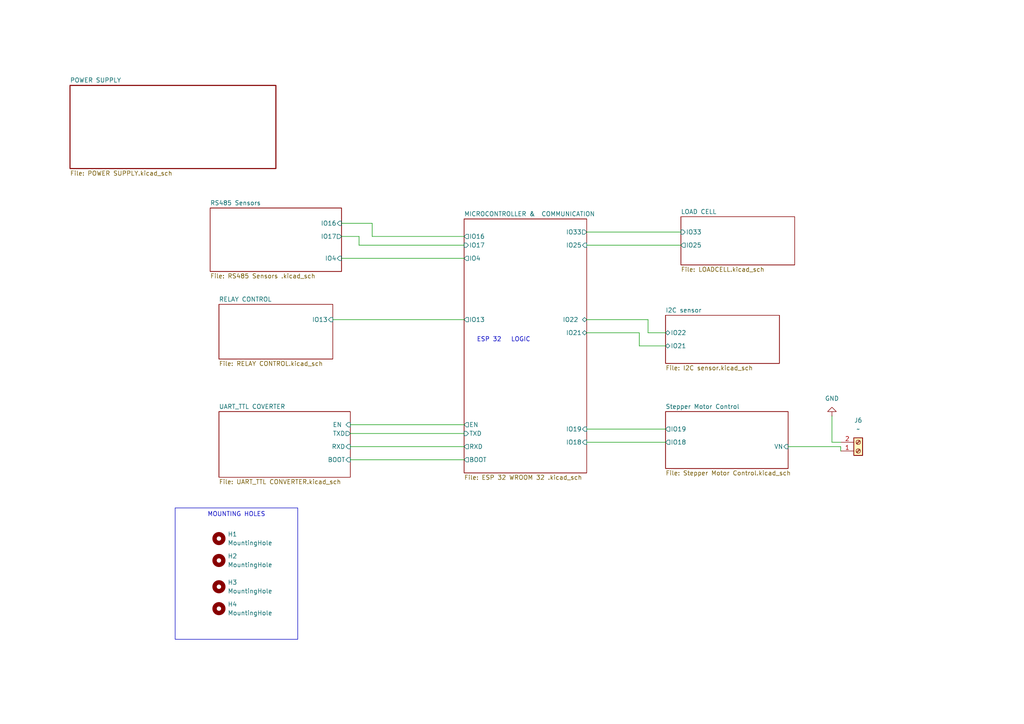
<source format=kicad_sch>
(kicad_sch
	(version 20231120)
	(generator "eeschema")
	(generator_version "8.0")
	(uuid "0fdfe1ab-72bc-4993-b1c2-70ee1668a905")
	(paper "A4")
	(title_block
		(title "FARMTY ")
		(date "2025-02-19")
		(company "ALLAN  NG'ANG'A GACHERU")
		(comment 1 "MICROCONTROLLER & COMMUNICATION")
	)
	(lib_symbols
		(symbol "Connector:Screw_Terminal_01x02"
			(pin_names
				(offset 1.016) hide)
			(exclude_from_sim no)
			(in_bom yes)
			(on_board yes)
			(property "Reference" "J"
				(at 0 2.54 0)
				(effects
					(font
						(size 1.27 1.27)
					)
				)
			)
			(property "Value" "Screw_Terminal_01x02"
				(at 0 -5.08 0)
				(effects
					(font
						(size 1.27 1.27)
					)
				)
			)
			(property "Footprint" ""
				(at 0 0 0)
				(effects
					(font
						(size 1.27 1.27)
					)
					(hide yes)
				)
			)
			(property "Datasheet" "~"
				(at 0 0 0)
				(effects
					(font
						(size 1.27 1.27)
					)
					(hide yes)
				)
			)
			(property "Description" "Generic screw terminal, single row, 01x02, script generated (kicad-library-utils/schlib/autogen/connector/)"
				(at 0 0 0)
				(effects
					(font
						(size 1.27 1.27)
					)
					(hide yes)
				)
			)
			(property "ki_keywords" "screw terminal"
				(at 0 0 0)
				(effects
					(font
						(size 1.27 1.27)
					)
					(hide yes)
				)
			)
			(property "ki_fp_filters" "TerminalBlock*:*"
				(at 0 0 0)
				(effects
					(font
						(size 1.27 1.27)
					)
					(hide yes)
				)
			)
			(symbol "Screw_Terminal_01x02_1_1"
				(rectangle
					(start -1.27 1.27)
					(end 1.27 -3.81)
					(stroke
						(width 0.254)
						(type default)
					)
					(fill
						(type background)
					)
				)
				(circle
					(center 0 -2.54)
					(radius 0.635)
					(stroke
						(width 0.1524)
						(type default)
					)
					(fill
						(type none)
					)
				)
				(polyline
					(pts
						(xy -0.5334 -2.2098) (xy 0.3302 -3.048)
					)
					(stroke
						(width 0.1524)
						(type default)
					)
					(fill
						(type none)
					)
				)
				(polyline
					(pts
						(xy -0.5334 0.3302) (xy 0.3302 -0.508)
					)
					(stroke
						(width 0.1524)
						(type default)
					)
					(fill
						(type none)
					)
				)
				(polyline
					(pts
						(xy -0.3556 -2.032) (xy 0.508 -2.8702)
					)
					(stroke
						(width 0.1524)
						(type default)
					)
					(fill
						(type none)
					)
				)
				(polyline
					(pts
						(xy -0.3556 0.508) (xy 0.508 -0.3302)
					)
					(stroke
						(width 0.1524)
						(type default)
					)
					(fill
						(type none)
					)
				)
				(circle
					(center 0 0)
					(radius 0.635)
					(stroke
						(width 0.1524)
						(type default)
					)
					(fill
						(type none)
					)
				)
				(pin passive line
					(at -5.08 0 0)
					(length 3.81)
					(name "Pin_1"
						(effects
							(font
								(size 1.27 1.27)
							)
						)
					)
					(number "1"
						(effects
							(font
								(size 1.27 1.27)
							)
						)
					)
				)
				(pin passive line
					(at -5.08 -2.54 0)
					(length 3.81)
					(name "Pin_2"
						(effects
							(font
								(size 1.27 1.27)
							)
						)
					)
					(number "2"
						(effects
							(font
								(size 1.27 1.27)
							)
						)
					)
				)
			)
		)
		(symbol "Mechanical:MountingHole"
			(pin_names
				(offset 1.016)
			)
			(exclude_from_sim yes)
			(in_bom no)
			(on_board yes)
			(property "Reference" "H"
				(at 0 5.08 0)
				(effects
					(font
						(size 1.27 1.27)
					)
				)
			)
			(property "Value" "MountingHole"
				(at 0 3.175 0)
				(effects
					(font
						(size 1.27 1.27)
					)
				)
			)
			(property "Footprint" ""
				(at 0 0 0)
				(effects
					(font
						(size 1.27 1.27)
					)
					(hide yes)
				)
			)
			(property "Datasheet" "~"
				(at 0 0 0)
				(effects
					(font
						(size 1.27 1.27)
					)
					(hide yes)
				)
			)
			(property "Description" "Mounting Hole without connection"
				(at 0 0 0)
				(effects
					(font
						(size 1.27 1.27)
					)
					(hide yes)
				)
			)
			(property "ki_keywords" "mounting hole"
				(at 0 0 0)
				(effects
					(font
						(size 1.27 1.27)
					)
					(hide yes)
				)
			)
			(property "ki_fp_filters" "MountingHole*"
				(at 0 0 0)
				(effects
					(font
						(size 1.27 1.27)
					)
					(hide yes)
				)
			)
			(symbol "MountingHole_0_1"
				(circle
					(center 0 0)
					(radius 1.27)
					(stroke
						(width 1.27)
						(type default)
					)
					(fill
						(type none)
					)
				)
			)
		)
		(symbol "power:GND"
			(power)
			(pin_numbers hide)
			(pin_names
				(offset 0) hide)
			(exclude_from_sim no)
			(in_bom yes)
			(on_board yes)
			(property "Reference" "#PWR"
				(at 0 -6.35 0)
				(effects
					(font
						(size 1.27 1.27)
					)
					(hide yes)
				)
			)
			(property "Value" "GND"
				(at 0 -3.81 0)
				(effects
					(font
						(size 1.27 1.27)
					)
				)
			)
			(property "Footprint" ""
				(at 0 0 0)
				(effects
					(font
						(size 1.27 1.27)
					)
					(hide yes)
				)
			)
			(property "Datasheet" ""
				(at 0 0 0)
				(effects
					(font
						(size 1.27 1.27)
					)
					(hide yes)
				)
			)
			(property "Description" "Power symbol creates a global label with name \"GND\" , ground"
				(at 0 0 0)
				(effects
					(font
						(size 1.27 1.27)
					)
					(hide yes)
				)
			)
			(property "ki_keywords" "global power"
				(at 0 0 0)
				(effects
					(font
						(size 1.27 1.27)
					)
					(hide yes)
				)
			)
			(symbol "GND_0_1"
				(polyline
					(pts
						(xy 0 0) (xy 0 -1.27) (xy 1.27 -1.27) (xy 0 -2.54) (xy -1.27 -1.27) (xy 0 -1.27)
					)
					(stroke
						(width 0)
						(type default)
					)
					(fill
						(type none)
					)
				)
			)
			(symbol "GND_1_1"
				(pin power_in line
					(at 0 0 270)
					(length 0)
					(name "~"
						(effects
							(font
								(size 1.27 1.27)
							)
						)
					)
					(number "1"
						(effects
							(font
								(size 1.27 1.27)
							)
						)
					)
				)
			)
		)
	)
	(wire
		(pts
			(xy 101.6 129.54) (xy 134.62 129.54)
		)
		(stroke
			(width 0)
			(type default)
		)
		(uuid "04ffdb3f-6a6d-418c-a5dd-a51598ed9cf8")
	)
	(wire
		(pts
			(xy 107.95 64.77) (xy 107.95 68.58)
		)
		(stroke
			(width 0)
			(type default)
		)
		(uuid "0bca53ea-f0d4-40af-9d32-8163368b9926")
	)
	(wire
		(pts
			(xy 170.18 92.71) (xy 187.96 92.71)
		)
		(stroke
			(width 0)
			(type default)
		)
		(uuid "239dcc36-2798-40ab-ad52-8dad0d516b6b")
	)
	(wire
		(pts
			(xy 96.52 92.71) (xy 134.62 92.71)
		)
		(stroke
			(width 0)
			(type default)
		)
		(uuid "240b7f60-74d3-4414-9724-cf1a23653e53")
	)
	(wire
		(pts
			(xy 99.06 68.58) (xy 104.14 68.58)
		)
		(stroke
			(width 0)
			(type default)
		)
		(uuid "261413ba-2a81-4046-8d91-ab97cef4a904")
	)
	(wire
		(pts
			(xy 243.84 129.54) (xy 243.84 130.81)
		)
		(stroke
			(width 0)
			(type default)
		)
		(uuid "27d14185-dad1-4839-abcb-6bfdae6c11b9")
	)
	(wire
		(pts
			(xy 170.18 128.27) (xy 193.04 128.27)
		)
		(stroke
			(width 0)
			(type default)
		)
		(uuid "28f47e02-d142-4838-983a-f1b0fd371dbf")
	)
	(wire
		(pts
			(xy 187.96 92.71) (xy 187.96 96.52)
		)
		(stroke
			(width 0)
			(type default)
		)
		(uuid "2d506072-a0f6-49f1-b72e-e0b3036a6d1f")
	)
	(wire
		(pts
			(xy 170.18 96.52) (xy 185.42 96.52)
		)
		(stroke
			(width 0)
			(type default)
		)
		(uuid "36b188f8-01e2-47d9-99ca-a0600770a520")
	)
	(wire
		(pts
			(xy 185.42 100.33) (xy 193.04 100.33)
		)
		(stroke
			(width 0)
			(type default)
		)
		(uuid "3c8e5f5d-8393-4b13-a3f1-3a18f0b0f4ca")
	)
	(wire
		(pts
			(xy 185.42 96.52) (xy 185.42 100.33)
		)
		(stroke
			(width 0)
			(type default)
		)
		(uuid "3eaa6a5c-1ced-44db-8339-7d94ce07a1a8")
	)
	(wire
		(pts
			(xy 187.96 96.52) (xy 193.04 96.52)
		)
		(stroke
			(width 0)
			(type default)
		)
		(uuid "468edc7b-238c-4a47-8c94-59d172cedf40")
	)
	(wire
		(pts
			(xy 99.06 74.93) (xy 134.62 74.93)
		)
		(stroke
			(width 0)
			(type default)
		)
		(uuid "616d1aef-28c9-4f53-91e3-5bc328a1dd84")
	)
	(wire
		(pts
			(xy 170.18 124.46) (xy 193.04 124.46)
		)
		(stroke
			(width 0)
			(type default)
		)
		(uuid "6187e258-0546-478f-b586-af07e77c98dc")
	)
	(wire
		(pts
			(xy 101.6 133.35) (xy 134.62 133.35)
		)
		(stroke
			(width 0)
			(type default)
		)
		(uuid "694ffbde-25df-4ce3-97d4-e3f56fc4c163")
	)
	(wire
		(pts
			(xy 104.14 68.58) (xy 104.14 71.12)
		)
		(stroke
			(width 0)
			(type default)
		)
		(uuid "7c1599aa-b552-4209-aabb-d815e9758f2e")
	)
	(wire
		(pts
			(xy 101.6 125.73) (xy 134.62 125.73)
		)
		(stroke
			(width 0)
			(type default)
		)
		(uuid "88edd729-6131-451e-bc11-fb91b44efa09")
	)
	(wire
		(pts
			(xy 99.06 64.77) (xy 107.95 64.77)
		)
		(stroke
			(width 0)
			(type default)
		)
		(uuid "96ab3f5d-b7c7-4aad-80a3-bf20dfbb498e")
	)
	(wire
		(pts
			(xy 170.18 67.31) (xy 197.485 67.31)
		)
		(stroke
			(width 0)
			(type default)
		)
		(uuid "98c97a1a-1412-4d77-be3e-4d175f54eef7")
	)
	(wire
		(pts
			(xy 170.18 71.12) (xy 197.485 71.12)
		)
		(stroke
			(width 0)
			(type default)
		)
		(uuid "ca14e65e-1321-42cc-a073-b322043811e9")
	)
	(wire
		(pts
			(xy 241.3 128.27) (xy 241.3 120.65)
		)
		(stroke
			(width 0)
			(type default)
		)
		(uuid "d16a029b-e0a9-49a9-9282-8034cb282654")
	)
	(wire
		(pts
			(xy 107.95 68.58) (xy 134.62 68.58)
		)
		(stroke
			(width 0)
			(type default)
		)
		(uuid "dbbb27b6-f810-4fc9-96f7-83b87c87d0de")
	)
	(wire
		(pts
			(xy 243.84 128.27) (xy 241.3 128.27)
		)
		(stroke
			(width 0)
			(type default)
		)
		(uuid "e1541dde-8519-47e4-98ec-17362b9db42b")
	)
	(wire
		(pts
			(xy 228.6 129.54) (xy 243.84 129.54)
		)
		(stroke
			(width 0)
			(type default)
		)
		(uuid "f0c319cb-abd6-4bb4-afa8-94c2e85b1a29")
	)
	(wire
		(pts
			(xy 101.6 123.19) (xy 134.62 123.19)
		)
		(stroke
			(width 0)
			(type default)
		)
		(uuid "f4eaa8df-d199-48d2-a6ae-793f7bfeb831")
	)
	(wire
		(pts
			(xy 104.14 71.12) (xy 134.62 71.12)
		)
		(stroke
			(width 0)
			(type default)
		)
		(uuid "f55f13fd-629a-4e15-903f-084fcf19794b")
	)
	(text_box "MOUNTING HOLES "
		(exclude_from_sim no)
		(at 50.8 147.32 0)
		(size 35.56 38.1)
		(stroke
			(width 0)
			(type default)
		)
		(fill
			(type none)
		)
		(effects
			(font
				(size 1.27 1.27)
			)
			(justify top)
		)
		(uuid "9d5a1c2d-fc5e-4f8d-86e8-ef621cdc3a37")
	)
	(text "ESP 32   LOGIC \n"
		(exclude_from_sim no)
		(at 146.558 98.552 0)
		(effects
			(font
				(size 1.27 1.27)
			)
		)
		(uuid "530c04e2-2a22-43dc-9fc6-d699b8fd3117")
	)
	(symbol
		(lib_id "Mechanical:MountingHole")
		(at 63.5 156.21 0)
		(unit 1)
		(exclude_from_sim yes)
		(in_bom no)
		(on_board yes)
		(dnp no)
		(fields_autoplaced yes)
		(uuid "025df1d7-6683-41d5-bb27-7ef0a5932cd9")
		(property "Reference" "H1"
			(at 66.04 154.9399 0)
			(effects
				(font
					(size 1.27 1.27)
				)
				(justify left)
			)
		)
		(property "Value" "MountingHole"
			(at 66.04 157.4799 0)
			(effects
				(font
					(size 1.27 1.27)
				)
				(justify left)
			)
		)
		(property "Footprint" "MountingHole:MountingHole_3.2mm_M3"
			(at 63.5 156.21 0)
			(effects
				(font
					(size 1.27 1.27)
				)
				(hide yes)
			)
		)
		(property "Datasheet" "~"
			(at 63.5 156.21 0)
			(effects
				(font
					(size 1.27 1.27)
				)
				(hide yes)
			)
		)
		(property "Description" "Mounting Hole without connection"
			(at 63.5 156.21 0)
			(effects
				(font
					(size 1.27 1.27)
				)
				(hide yes)
			)
		)
		(instances
			(project ""
				(path "/0fdfe1ab-72bc-4993-b1c2-70ee1668a905"
					(reference "H1")
					(unit 1)
				)
			)
		)
	)
	(symbol
		(lib_id "power:GND")
		(at 241.3 120.65 180)
		(unit 1)
		(exclude_from_sim no)
		(in_bom yes)
		(on_board yes)
		(dnp no)
		(fields_autoplaced yes)
		(uuid "31658102-96ef-4725-b7f6-36a8355622f5")
		(property "Reference" "#PWR036"
			(at 241.3 114.3 0)
			(effects
				(font
					(size 1.27 1.27)
				)
				(hide yes)
			)
		)
		(property "Value" "GND"
			(at 241.3 115.57 0)
			(effects
				(font
					(size 1.27 1.27)
				)
			)
		)
		(property "Footprint" ""
			(at 241.3 120.65 0)
			(effects
				(font
					(size 1.27 1.27)
				)
				(hide yes)
			)
		)
		(property "Datasheet" ""
			(at 241.3 120.65 0)
			(effects
				(font
					(size 1.27 1.27)
				)
				(hide yes)
			)
		)
		(property "Description" "Power symbol creates a global label with name \"GND\" , ground"
			(at 241.3 120.65 0)
			(effects
				(font
					(size 1.27 1.27)
				)
				(hide yes)
			)
		)
		(pin "1"
			(uuid "49075357-6388-4d9d-b5e7-f012a3c43d6c")
		)
		(instances
			(project ""
				(path "/0fdfe1ab-72bc-4993-b1c2-70ee1668a905"
					(reference "#PWR036")
					(unit 1)
				)
			)
		)
	)
	(symbol
		(lib_id "Mechanical:MountingHole")
		(at 63.5 170.18 0)
		(unit 1)
		(exclude_from_sim yes)
		(in_bom no)
		(on_board yes)
		(dnp no)
		(fields_autoplaced yes)
		(uuid "4eeedaaf-7b38-41fc-a771-e6ff9aef4faa")
		(property "Reference" "H3"
			(at 66.04 168.9099 0)
			(effects
				(font
					(size 1.27 1.27)
				)
				(justify left)
			)
		)
		(property "Value" "MountingHole"
			(at 66.04 171.4499 0)
			(effects
				(font
					(size 1.27 1.27)
				)
				(justify left)
			)
		)
		(property "Footprint" "MountingHole:MountingHole_3.2mm_M3"
			(at 63.5 170.18 0)
			(effects
				(font
					(size 1.27 1.27)
				)
				(hide yes)
			)
		)
		(property "Datasheet" "~"
			(at 63.5 170.18 0)
			(effects
				(font
					(size 1.27 1.27)
				)
				(hide yes)
			)
		)
		(property "Description" "Mounting Hole without connection"
			(at 63.5 170.18 0)
			(effects
				(font
					(size 1.27 1.27)
				)
				(hide yes)
			)
		)
		(instances
			(project "farmty"
				(path "/0fdfe1ab-72bc-4993-b1c2-70ee1668a905"
					(reference "H3")
					(unit 1)
				)
			)
		)
	)
	(symbol
		(lib_id "Mechanical:MountingHole")
		(at 63.5 176.53 0)
		(unit 1)
		(exclude_from_sim yes)
		(in_bom no)
		(on_board yes)
		(dnp no)
		(fields_autoplaced yes)
		(uuid "53e0f8ce-5a47-4b88-bf66-caf02ee5979f")
		(property "Reference" "H4"
			(at 66.04 175.2599 0)
			(effects
				(font
					(size 1.27 1.27)
				)
				(justify left)
			)
		)
		(property "Value" "MountingHole"
			(at 66.04 177.7999 0)
			(effects
				(font
					(size 1.27 1.27)
				)
				(justify left)
			)
		)
		(property "Footprint" "MountingHole:MountingHole_3.2mm_M3"
			(at 63.5 176.53 0)
			(effects
				(font
					(size 1.27 1.27)
				)
				(hide yes)
			)
		)
		(property "Datasheet" "~"
			(at 63.5 176.53 0)
			(effects
				(font
					(size 1.27 1.27)
				)
				(hide yes)
			)
		)
		(property "Description" "Mounting Hole without connection"
			(at 63.5 176.53 0)
			(effects
				(font
					(size 1.27 1.27)
				)
				(hide yes)
			)
		)
		(instances
			(project "farmty"
				(path "/0fdfe1ab-72bc-4993-b1c2-70ee1668a905"
					(reference "H4")
					(unit 1)
				)
			)
		)
	)
	(symbol
		(lib_id "Connector:Screw_Terminal_01x02")
		(at 248.92 130.81 0)
		(mirror x)
		(unit 1)
		(exclude_from_sim no)
		(in_bom yes)
		(on_board yes)
		(dnp no)
		(uuid "5f47726e-8f4a-4540-bf96-25d77c8f00be")
		(property "Reference" "J6"
			(at 248.92 121.92 0)
			(effects
				(font
					(size 1.27 1.27)
				)
			)
		)
		(property "Value" "~"
			(at 248.92 124.46 0)
			(effects
				(font
					(size 1.27 1.27)
				)
			)
		)
		(property "Footprint" "TerminalBlock_4Ucon:TerminalBlock_4Ucon_1x02_P3.50mm_Vertical"
			(at 248.92 130.81 0)
			(effects
				(font
					(size 1.27 1.27)
				)
				(hide yes)
			)
		)
		(property "Datasheet" "~"
			(at 248.92 130.81 0)
			(effects
				(font
					(size 1.27 1.27)
				)
				(hide yes)
			)
		)
		(property "Description" "Generic screw terminal, single row, 01x02, script generated (kicad-library-utils/schlib/autogen/connector/)"
			(at 248.92 130.81 0)
			(effects
				(font
					(size 1.27 1.27)
				)
				(hide yes)
			)
		)
		(pin "2"
			(uuid "30e6b37e-7611-4d10-b819-826c5a52d509")
		)
		(pin "1"
			(uuid "27e0ea11-6671-4f6c-bcf0-361c084a39cc")
		)
		(instances
			(project ""
				(path "/0fdfe1ab-72bc-4993-b1c2-70ee1668a905"
					(reference "J6")
					(unit 1)
				)
			)
		)
	)
	(symbol
		(lib_id "Mechanical:MountingHole")
		(at 63.5 162.56 0)
		(unit 1)
		(exclude_from_sim yes)
		(in_bom no)
		(on_board yes)
		(dnp no)
		(fields_autoplaced yes)
		(uuid "efa0670c-464e-41b5-b666-4b39426fcb28")
		(property "Reference" "H2"
			(at 66.04 161.2899 0)
			(effects
				(font
					(size 1.27 1.27)
				)
				(justify left)
			)
		)
		(property "Value" "MountingHole"
			(at 66.04 163.8299 0)
			(effects
				(font
					(size 1.27 1.27)
				)
				(justify left)
			)
		)
		(property "Footprint" "MountingHole:MountingHole_3.2mm_M3"
			(at 63.5 162.56 0)
			(effects
				(font
					(size 1.27 1.27)
				)
				(hide yes)
			)
		)
		(property "Datasheet" "~"
			(at 63.5 162.56 0)
			(effects
				(font
					(size 1.27 1.27)
				)
				(hide yes)
			)
		)
		(property "Description" "Mounting Hole without connection"
			(at 63.5 162.56 0)
			(effects
				(font
					(size 1.27 1.27)
				)
				(hide yes)
			)
		)
		(instances
			(project "farmty"
				(path "/0fdfe1ab-72bc-4993-b1c2-70ee1668a905"
					(reference "H2")
					(unit 1)
				)
			)
		)
	)
	(sheet
		(at 63.5 119.38)
		(size 38.1 19.05)
		(fields_autoplaced yes)
		(stroke
			(width 0.1524)
			(type solid)
		)
		(fill
			(color 0 0 0 0.0000)
		)
		(uuid "1df4a614-7430-4959-9378-c97df7142136")
		(property "Sheetname" "UART_TTL COVERTER"
			(at 63.5 118.6684 0)
			(effects
				(font
					(size 1.27 1.27)
				)
				(justify left bottom)
			)
		)
		(property "Sheetfile" "UART_TTL CONVERTER.kicad_sch"
			(at 63.5 139.0146 0)
			(effects
				(font
					(size 1.27 1.27)
				)
				(justify left top)
			)
		)
		(pin "TXD" output
			(at 101.6 125.73 0)
			(effects
				(font
					(size 1.27 1.27)
				)
				(justify right)
			)
			(uuid "0369bba6-718a-4f03-80b0-2f17e4d90283")
		)
		(pin "RXD" input
			(at 101.6 129.54 0)
			(effects
				(font
					(size 1.27 1.27)
				)
				(justify right)
			)
			(uuid "c348a9fa-3aa8-419e-b2e7-f0ef2afeab8b")
		)
		(pin "BOOT" input
			(at 101.6 133.35 0)
			(effects
				(font
					(size 1.27 1.27)
				)
				(justify right)
			)
			(uuid "2dab79fa-9bb4-4a8e-8f51-4eccd2b31917")
		)
		(pin "EN " input
			(at 101.6 123.19 0)
			(effects
				(font
					(size 1.27 1.27)
				)
				(justify right)
			)
			(uuid "141ea8ef-7be5-4559-8ffa-e03e583d1c43")
		)
		(instances
			(project "farmty"
				(path "/0fdfe1ab-72bc-4993-b1c2-70ee1668a905"
					(page "9")
				)
			)
		)
	)
	(sheet
		(at 134.62 63.5)
		(size 35.56 73.66)
		(fields_autoplaced yes)
		(stroke
			(width 0.1524)
			(type solid)
		)
		(fill
			(color 0 0 0 0.0000)
		)
		(uuid "34679acc-d502-4c29-81ed-9b36771b1965")
		(property "Sheetname" "MICROCONTROLLER &  COMMUNICATION"
			(at 134.62 62.7884 0)
			(effects
				(font
					(size 1.27 1.27)
				)
				(justify left bottom)
			)
		)
		(property "Sheetfile" "ESP 32 WROOM 32 .kicad_sch"
			(at 134.62 137.7446 0)
			(effects
				(font
					(size 1.27 1.27)
				)
				(justify left top)
			)
		)
		(pin "IO18" input
			(at 170.18 128.27 0)
			(effects
				(font
					(size 1.27 1.27)
				)
				(justify right)
			)
			(uuid "a434d9c8-8b87-4630-8c24-0087b94e261d")
		)
		(pin "IO4" output
			(at 134.62 74.93 180)
			(effects
				(font
					(size 1.27 1.27)
				)
				(justify left)
			)
			(uuid "d6d30f02-4f49-4df7-8d12-bbd761a4bc53")
		)
		(pin "EN" output
			(at 134.62 123.19 180)
			(effects
				(font
					(size 1.27 1.27)
				)
				(justify left)
			)
			(uuid "b04fa445-277f-42b1-b18e-55a7fd3c7265")
		)
		(pin "IO21" bidirectional
			(at 170.18 96.52 0)
			(effects
				(font
					(size 1.27 1.27)
				)
				(justify right)
			)
			(uuid "2f450c99-f336-49ea-9714-d3e0178f2deb")
		)
		(pin "IO19" input
			(at 170.18 124.46 0)
			(effects
				(font
					(size 1.27 1.27)
				)
				(justify right)
			)
			(uuid "e6b09d34-7d6d-4514-aae8-9dfca2450074")
		)
		(pin "IO33" output
			(at 170.18 67.31 0)
			(effects
				(font
					(size 1.27 1.27)
				)
				(justify right)
			)
			(uuid "5db6ed7f-1237-41c0-8b91-2b5a1eccf98e")
		)
		(pin "RXD" output
			(at 134.62 129.54 180)
			(effects
				(font
					(size 1.27 1.27)
				)
				(justify left)
			)
			(uuid "78aac69d-fed2-4e41-92c6-efbbff4649ca")
		)
		(pin "BOOT " output
			(at 134.62 133.35 180)
			(effects
				(font
					(size 1.27 1.27)
				)
				(justify left)
			)
			(uuid "461b14b4-9801-4ead-851c-bb30d4d63043")
		)
		(pin "IO25" input
			(at 170.18 71.12 0)
			(effects
				(font
					(size 1.27 1.27)
				)
				(justify right)
			)
			(uuid "bf8d100c-1263-4f4f-aa66-dc4a2f2a4fb9")
		)
		(pin "TXD" input
			(at 134.62 125.73 180)
			(effects
				(font
					(size 1.27 1.27)
				)
				(justify left)
			)
			(uuid "a92eb8fc-c11d-4fd4-8c86-cd5c8fa79229")
		)
		(pin "IO17" input
			(at 134.62 71.12 180)
			(effects
				(font
					(size 1.27 1.27)
				)
				(justify left)
			)
			(uuid "c03626ea-061d-45b0-8b84-674f1b3ba928")
		)
		(pin "IO13" output
			(at 134.62 92.71 180)
			(effects
				(font
					(size 1.27 1.27)
				)
				(justify left)
			)
			(uuid "1a093943-8d2b-49de-9348-a8a550828dc6")
		)
		(pin "IO22 " bidirectional
			(at 170.18 92.71 0)
			(effects
				(font
					(size 1.27 1.27)
				)
				(justify right)
			)
			(uuid "31e49920-8949-4641-9c0b-42aea0f6570e")
		)
		(pin "IO16 " output
			(at 134.62 68.58 180)
			(effects
				(font
					(size 1.27 1.27)
				)
				(justify left)
			)
			(uuid "d8d77261-39b6-409a-8e14-bb19ab84e996")
		)
		(instances
			(project "farmty"
				(path "/0fdfe1ab-72bc-4993-b1c2-70ee1668a905"
					(page "3")
				)
			)
		)
	)
	(sheet
		(at 60.96 60.325)
		(size 38.1 18.415)
		(fields_autoplaced yes)
		(stroke
			(width 0.1524)
			(type solid)
		)
		(fill
			(color 0 0 0 0.0000)
		)
		(uuid "3f48ec66-f479-46df-9d36-0ed0c3c8d61c")
		(property "Sheetname" "RS485 Sensors"
			(at 60.96 59.6134 0)
			(effects
				(font
					(size 1.27 1.27)
				)
				(justify left bottom)
			)
		)
		(property "Sheetfile" "RS485 Sensors .kicad_sch"
			(at 60.96 79.3246 0)
			(effects
				(font
					(size 1.27 1.27)
				)
				(justify left top)
			)
		)
		(pin "IO16" input
			(at 99.06 64.77 0)
			(effects
				(font
					(size 1.27 1.27)
				)
				(justify right)
			)
			(uuid "b0034428-dcb1-45c4-9c28-ae2a8a8815f9")
		)
		(pin "IO17" output
			(at 99.06 68.58 0)
			(effects
				(font
					(size 1.27 1.27)
				)
				(justify right)
			)
			(uuid "c0591be4-afea-410e-afe5-34d7f1c93409")
		)
		(pin "IO4" input
			(at 99.06 74.93 0)
			(effects
				(font
					(size 1.27 1.27)
				)
				(justify right)
			)
			(uuid "e477b815-569a-4dc7-a7cb-e6d37872d2e5")
		)
		(instances
			(project "farmty"
				(path "/0fdfe1ab-72bc-4993-b1c2-70ee1668a905"
					(page "4")
				)
			)
		)
	)
	(sheet
		(at 193.04 119.38)
		(size 35.56 16.51)
		(fields_autoplaced yes)
		(stroke
			(width 0.1524)
			(type solid)
		)
		(fill
			(color 0 0 0 0.0000)
		)
		(uuid "5e306eb6-064e-4e14-9cdc-8d2fba7f4f4d")
		(property "Sheetname" "Stepper Motor Control"
			(at 193.04 118.6684 0)
			(effects
				(font
					(size 1.27 1.27)
				)
				(justify left bottom)
			)
		)
		(property "Sheetfile" "Stepper Motor Control.kicad_sch"
			(at 193.04 136.4746 0)
			(effects
				(font
					(size 1.27 1.27)
				)
				(justify left top)
			)
		)
		(pin "VN" input
			(at 228.6 129.54 0)
			(effects
				(font
					(size 1.27 1.27)
				)
				(justify right)
			)
			(uuid "a6d6f93f-58ae-484e-9b9c-dc6ee6fb9f76")
		)
		(pin "IO19" output
			(at 193.04 124.46 180)
			(effects
				(font
					(size 1.27 1.27)
				)
				(justify left)
			)
			(uuid "c326eced-8508-47e0-a516-bcdaab6c01e7")
		)
		(pin "IO18" output
			(at 193.04 128.27 180)
			(effects
				(font
					(size 1.27 1.27)
				)
				(justify left)
			)
			(uuid "93f133c8-e431-4c42-b9d1-e67ae563e84c")
		)
		(instances
			(project "farmty"
				(path "/0fdfe1ab-72bc-4993-b1c2-70ee1668a905"
					(page "7")
				)
			)
		)
	)
	(sheet
		(at 193.04 91.44)
		(size 33.02 13.97)
		(fields_autoplaced yes)
		(stroke
			(width 0.1524)
			(type solid)
		)
		(fill
			(color 0 0 0 0.0000)
		)
		(uuid "ae9935b9-6b1c-4eb0-b89a-fa78db23c46c")
		(property "Sheetname" "I2C sensor"
			(at 193.04 90.7284 0)
			(effects
				(font
					(size 1.27 1.27)
				)
				(justify left bottom)
			)
		)
		(property "Sheetfile" "I2C sensor.kicad_sch"
			(at 193.04 105.9946 0)
			(effects
				(font
					(size 1.27 1.27)
				)
				(justify left top)
			)
		)
		(pin "IO22 " bidirectional
			(at 193.04 96.52 180)
			(effects
				(font
					(size 1.27 1.27)
				)
				(justify left)
			)
			(uuid "da560717-f3c1-4230-869c-420282538bac")
		)
		(pin "IO21" bidirectional
			(at 193.04 100.33 180)
			(effects
				(font
					(size 1.27 1.27)
				)
				(justify left)
			)
			(uuid "ff78d483-dddc-4a16-b9cc-d8fdc608155a")
		)
		(instances
			(project "farmty"
				(path "/0fdfe1ab-72bc-4993-b1c2-70ee1668a905"
					(page "6")
				)
			)
		)
	)
	(sheet
		(at 63.5 88.265)
		(size 33.02 15.875)
		(fields_autoplaced yes)
		(stroke
			(width 0.1524)
			(type solid)
		)
		(fill
			(color 0 0 0 0.0000)
		)
		(uuid "c634ec62-2b55-48c0-9042-0e3bf93cac8f")
		(property "Sheetname" "RELAY CONTROL"
			(at 63.5 87.5534 0)
			(effects
				(font
					(size 1.27 1.27)
				)
				(justify left bottom)
			)
		)
		(property "Sheetfile" "RELAY CONTROL.kicad_sch"
			(at 63.5 104.7246 0)
			(effects
				(font
					(size 1.27 1.27)
				)
				(justify left top)
			)
		)
		(pin "IO13" input
			(at 96.52 92.71 0)
			(effects
				(font
					(size 1.27 1.27)
				)
				(justify right)
			)
			(uuid "b1d56381-b2e2-4186-9009-aab7ce05b2d2")
		)
		(instances
			(project "farmty"
				(path "/0fdfe1ab-72bc-4993-b1c2-70ee1668a905"
					(page "5")
				)
			)
		)
	)
	(sheet
		(at 197.485 62.865)
		(size 33.02 13.97)
		(fields_autoplaced yes)
		(stroke
			(width 0.1524)
			(type solid)
		)
		(fill
			(color 0 0 0 0.0000)
		)
		(uuid "f18560c3-d87a-413e-9d8f-58b3e8848822")
		(property "Sheetname" "LOAD CELL"
			(at 197.485 62.1534 0)
			(effects
				(font
					(size 1.27 1.27)
				)
				(justify left bottom)
			)
		)
		(property "Sheetfile" "LOADCELL.kicad_sch"
			(at 197.485 77.4196 0)
			(effects
				(font
					(size 1.27 1.27)
				)
				(justify left top)
			)
		)
		(pin "IO33" input
			(at 197.485 67.31 180)
			(effects
				(font
					(size 1.27 1.27)
				)
				(justify left)
			)
			(uuid "d4556f79-3354-4ff9-8ad1-066efd0b05ce")
		)
		(pin "IO25" output
			(at 197.485 71.12 180)
			(effects
				(font
					(size 1.27 1.27)
				)
				(justify left)
			)
			(uuid "1d4c1b2e-5374-4019-b85e-ab55023767f2")
		)
		(instances
			(project "farmty"
				(path "/0fdfe1ab-72bc-4993-b1c2-70ee1668a905"
					(page "8")
				)
			)
		)
	)
	(sheet
		(at 20.32 24.765)
		(size 59.69 24.13)
		(fields_autoplaced yes)
		(stroke
			(width 0.254)
			(type solid)
		)
		(fill
			(color 0 0 0 0.0000)
		)
		(uuid "f1862624-a197-4c52-bbd0-e714cfe2f9b0")
		(property "Sheetname" "POWER SUPPLY"
			(at 20.32 24.0026 0)
			(effects
				(font
					(size 1.27 1.27)
				)
				(justify left bottom)
			)
		)
		(property "Sheetfile" "POWER SUPPLY.kicad_sch"
			(at 20.32 49.5304 0)
			(effects
				(font
					(size 1.27 1.27)
				)
				(justify left top)
			)
		)
		(instances
			(project "farmty"
				(path "/0fdfe1ab-72bc-4993-b1c2-70ee1668a905"
					(page "2")
				)
			)
		)
	)
	(sheet_instances
		(path "/"
			(page "1")
		)
	)
)

</source>
